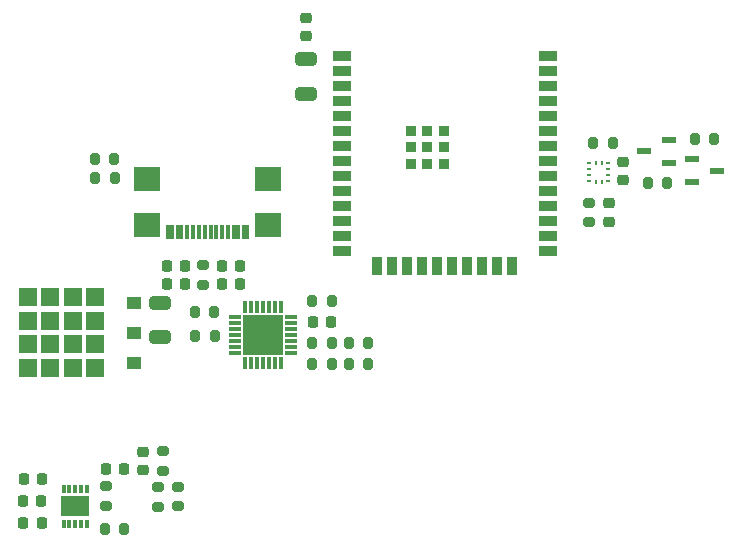
<source format=gbr>
%TF.GenerationSoftware,KiCad,Pcbnew,7.0.5*%
%TF.CreationDate,2023-09-21T20:04:05-05:00*%
%TF.ProjectId,LEDCube,4c454443-7562-4652-9e6b-696361645f70,rev?*%
%TF.SameCoordinates,Original*%
%TF.FileFunction,Paste,Top*%
%TF.FilePolarity,Positive*%
%FSLAX46Y46*%
G04 Gerber Fmt 4.6, Leading zero omitted, Abs format (unit mm)*
G04 Created by KiCad (PCBNEW 7.0.5) date 2023-09-21 20:04:05*
%MOMM*%
%LPD*%
G01*
G04 APERTURE LIST*
G04 Aperture macros list*
%AMRoundRect*
0 Rectangle with rounded corners*
0 $1 Rounding radius*
0 $2 $3 $4 $5 $6 $7 $8 $9 X,Y pos of 4 corners*
0 Add a 4 corners polygon primitive as box body*
4,1,4,$2,$3,$4,$5,$6,$7,$8,$9,$2,$3,0*
0 Add four circle primitives for the rounded corners*
1,1,$1+$1,$2,$3*
1,1,$1+$1,$4,$5*
1,1,$1+$1,$6,$7*
1,1,$1+$1,$8,$9*
0 Add four rect primitives between the rounded corners*
20,1,$1+$1,$2,$3,$4,$5,0*
20,1,$1+$1,$4,$5,$6,$7,0*
20,1,$1+$1,$6,$7,$8,$9,0*
20,1,$1+$1,$8,$9,$2,$3,0*%
G04 Aperture macros list end*
%ADD10RoundRect,0.200000X-0.275000X0.200000X-0.275000X-0.200000X0.275000X-0.200000X0.275000X0.200000X0*%
%ADD11RoundRect,0.225000X-0.250000X0.225000X-0.250000X-0.225000X0.250000X-0.225000X0.250000X0.225000X0*%
%ADD12R,1.500000X1.500000*%
%ADD13R,1.200000X1.000000*%
%ADD14RoundRect,0.225000X0.225000X0.250000X-0.225000X0.250000X-0.225000X-0.250000X0.225000X-0.250000X0*%
%ADD15R,1.250000X0.600000*%
%ADD16RoundRect,0.225000X-0.225000X-0.250000X0.225000X-0.250000X0.225000X0.250000X-0.225000X0.250000X0*%
%ADD17RoundRect,0.200000X0.200000X0.275000X-0.200000X0.275000X-0.200000X-0.275000X0.200000X-0.275000X0*%
%ADD18R,0.300000X1.150000*%
%ADD19R,2.180000X2.000000*%
%ADD20RoundRect,0.250000X-0.650000X0.325000X-0.650000X-0.325000X0.650000X-0.325000X0.650000X0.325000X0*%
%ADD21RoundRect,0.200000X0.275000X-0.200000X0.275000X0.200000X-0.275000X0.200000X-0.275000X-0.200000X0*%
%ADD22RoundRect,0.200000X-0.200000X-0.275000X0.200000X-0.275000X0.200000X0.275000X-0.200000X0.275000X0*%
%ADD23RoundRect,0.218750X0.218750X0.256250X-0.218750X0.256250X-0.218750X-0.256250X0.218750X-0.256250X0*%
%ADD24R,0.300000X1.000000*%
%ADD25R,1.000000X0.300000*%
%ADD26R,3.350000X3.350000*%
%ADD27R,1.500000X0.900000*%
%ADD28R,0.900000X1.500000*%
%ADD29R,0.900000X0.900000*%
%ADD30R,0.300000X0.800000*%
%ADD31R,2.480000X1.750000*%
%ADD32RoundRect,0.225000X0.250000X-0.225000X0.250000X0.225000X-0.250000X0.225000X-0.250000X-0.225000X0*%
%ADD33R,0.410000X0.280000*%
%ADD34R,0.280000X0.410000*%
G04 APERTURE END LIST*
D10*
%TO.C,R102*%
X116030000Y-77025000D03*
X116030000Y-78675000D03*
%TD*%
D11*
%TO.C,C110*%
X151570000Y-68305000D03*
X151570000Y-69855000D03*
%TD*%
D12*
%TO.C,U100*%
X101180000Y-85740000D03*
X103080000Y-85740000D03*
X104980000Y-85740000D03*
X106880000Y-85740000D03*
X101180000Y-83740000D03*
X103080000Y-83740000D03*
X104980000Y-83740000D03*
X106880000Y-83740000D03*
X101180000Y-81740000D03*
X103080000Y-81740000D03*
X104980000Y-81740000D03*
X106880000Y-81740000D03*
X101180000Y-79740000D03*
X103080000Y-79740000D03*
X104980000Y-79740000D03*
X106880000Y-79740000D03*
D13*
X110180000Y-85280000D03*
X110180000Y-82740000D03*
X110180000Y-80200000D03*
%TD*%
D14*
%TO.C,C106*%
X109315000Y-94260000D03*
X107765000Y-94260000D03*
%TD*%
D15*
%TO.C,Q100*%
X157440000Y-68065000D03*
X157440000Y-69975000D03*
X159540000Y-69020000D03*
%TD*%
D16*
%TO.C,C103*%
X117610000Y-77110000D03*
X119160000Y-77110000D03*
%TD*%
D17*
%TO.C,R101*%
X116955000Y-80990000D03*
X115305000Y-80990000D03*
%TD*%
D18*
%TO.C,J100*%
X119740000Y-74211500D03*
X118940000Y-74211500D03*
X117640000Y-74211500D03*
X116640000Y-74211500D03*
X116140000Y-74211500D03*
X115140000Y-74211500D03*
X113840000Y-74211500D03*
X113040000Y-74211500D03*
X113340000Y-74211500D03*
X114140000Y-74211500D03*
X114640000Y-74211500D03*
X115640000Y-74211500D03*
X117140000Y-74211500D03*
X118140000Y-74211500D03*
X118640000Y-74211500D03*
X119440000Y-74211500D03*
D19*
X121500000Y-69706500D03*
X111280000Y-69706500D03*
X121500000Y-73636500D03*
X111280000Y-73636500D03*
%TD*%
D20*
%TO.C,C107*%
X124760000Y-59575000D03*
X124760000Y-62525000D03*
%TD*%
D21*
%TO.C,R117*%
X148700000Y-73385000D03*
X148700000Y-71735000D03*
%TD*%
D10*
%TO.C,R105*%
X112230000Y-95815000D03*
X112230000Y-97465000D03*
%TD*%
D22*
%TO.C,R119*%
X125260000Y-80060000D03*
X126910000Y-80060000D03*
%TD*%
%TO.C,R112*%
X128320000Y-83640000D03*
X129970000Y-83640000D03*
%TD*%
D17*
%TO.C,R104*%
X108515000Y-69630000D03*
X106865000Y-69630000D03*
%TD*%
D22*
%TO.C,R115*%
X125260000Y-85430000D03*
X126910000Y-85430000D03*
%TD*%
%TO.C,R109*%
X107685000Y-99390000D03*
X109335000Y-99390000D03*
%TD*%
D10*
%TO.C,R107*%
X112580000Y-92790000D03*
X112580000Y-94440000D03*
%TD*%
D16*
%TO.C,C102*%
X117620000Y-78650000D03*
X119170000Y-78650000D03*
%TD*%
D23*
%TO.C,D101*%
X102390000Y-95140000D03*
X100815000Y-95140000D03*
%TD*%
D24*
%TO.C,IC100*%
X122590000Y-80590000D03*
X122090000Y-80590000D03*
X121590000Y-80590000D03*
X121090000Y-80590000D03*
X120590000Y-80590000D03*
X120090000Y-80590000D03*
X119590000Y-80590000D03*
D25*
X118740000Y-81440000D03*
X118740000Y-81940000D03*
X118740000Y-82440000D03*
X118740000Y-82940000D03*
X118740000Y-83440000D03*
X118740000Y-83940000D03*
X118740000Y-84440000D03*
D24*
X119590000Y-85290000D03*
X120090000Y-85290000D03*
X120590000Y-85290000D03*
X121090000Y-85290000D03*
X121590000Y-85290000D03*
X122090000Y-85290000D03*
X122590000Y-85290000D03*
D25*
X123440000Y-84440000D03*
X123440000Y-83940000D03*
X123440000Y-83440000D03*
X123440000Y-82940000D03*
X123440000Y-82440000D03*
X123440000Y-81940000D03*
X123440000Y-81440000D03*
D26*
X121090000Y-82940000D03*
%TD*%
D27*
%TO.C,IC102*%
X127730000Y-59330000D03*
X127730000Y-60600000D03*
X127730000Y-61870000D03*
X127730000Y-63140000D03*
X127730000Y-64410000D03*
X127730000Y-65680000D03*
X127730000Y-66950000D03*
X127730000Y-68220000D03*
X127730000Y-69490000D03*
X127730000Y-70760000D03*
X127730000Y-72030000D03*
X127730000Y-73300000D03*
X127730000Y-74570000D03*
X127730000Y-75840000D03*
D28*
X130765000Y-77090000D03*
X132035000Y-77090000D03*
X133305000Y-77090000D03*
X134575000Y-77090000D03*
X135845000Y-77090000D03*
X137115000Y-77090000D03*
X138385000Y-77090000D03*
X139655000Y-77090000D03*
X140925000Y-77090000D03*
X142195000Y-77090000D03*
D27*
X145230000Y-75840000D03*
X145230000Y-74570000D03*
X145230000Y-73300000D03*
X145230000Y-72030000D03*
X145230000Y-70760000D03*
X145230000Y-69490000D03*
X145230000Y-68220000D03*
X145230000Y-66950000D03*
X145230000Y-65680000D03*
X145230000Y-64410000D03*
X145230000Y-63140000D03*
X145230000Y-61870000D03*
X145230000Y-60600000D03*
X145230000Y-59330000D03*
D29*
X134980000Y-67050000D03*
X133580000Y-65650000D03*
X133580000Y-67050000D03*
X133580000Y-68450000D03*
X134980000Y-68450000D03*
X136380000Y-68450000D03*
X136380000Y-67050000D03*
X136380000Y-65650000D03*
X134980000Y-65650000D03*
%TD*%
D22*
%TO.C,R110*%
X153635000Y-70100000D03*
X155285000Y-70100000D03*
%TD*%
D17*
%TO.C,R106*%
X159295000Y-66330000D03*
X157645000Y-66330000D03*
%TD*%
D22*
%TO.C,R114*%
X125260000Y-83640000D03*
X126910000Y-83640000D03*
%TD*%
D15*
%TO.C,Q101*%
X155450000Y-68335000D03*
X155450000Y-66425000D03*
X153350000Y-67380000D03*
%TD*%
D21*
%TO.C,R111*%
X107770000Y-97375000D03*
X107770000Y-95725000D03*
%TD*%
D11*
%TO.C,C109*%
X150350000Y-71795000D03*
X150350000Y-73345000D03*
%TD*%
%TO.C,C105*%
X110900000Y-92840000D03*
X110900000Y-94390000D03*
%TD*%
D14*
%TO.C,C111*%
X126860000Y-81850000D03*
X125310000Y-81850000D03*
%TD*%
D23*
%TO.C,D102*%
X102340000Y-98890000D03*
X100765000Y-98890000D03*
%TD*%
D30*
%TO.C,IC101*%
X106192500Y-95950000D03*
X105692500Y-95950000D03*
X105192500Y-95950000D03*
X104692500Y-95950000D03*
X104192500Y-95950000D03*
X104192500Y-98950000D03*
X104692500Y-98950000D03*
X105192500Y-98950000D03*
X105692500Y-98950000D03*
X106192500Y-98950000D03*
D31*
X105192500Y-97450000D03*
%TD*%
D32*
%TO.C,C108*%
X124710000Y-57625000D03*
X124710000Y-56075000D03*
%TD*%
D14*
%TO.C,C101*%
X114470000Y-78620000D03*
X112920000Y-78620000D03*
%TD*%
D17*
%TO.C,R113*%
X129970000Y-85430000D03*
X128320000Y-85430000D03*
%TD*%
D22*
%TO.C,R100*%
X115325000Y-83050000D03*
X116975000Y-83050000D03*
%TD*%
D33*
%TO.C,U101*%
X148680170Y-68400000D03*
X148680170Y-68900000D03*
X148680170Y-69400000D03*
X148680170Y-69900000D03*
D34*
X149245170Y-69965000D03*
X149745170Y-69965000D03*
D33*
X150310170Y-69900000D03*
X150310170Y-69400000D03*
X150310170Y-68900000D03*
X150310170Y-68400000D03*
D34*
X149745170Y-68335000D03*
X149245170Y-68335000D03*
%TD*%
D17*
%TO.C,R103*%
X108495000Y-68010000D03*
X106845000Y-68010000D03*
%TD*%
D14*
%TO.C,C100*%
X114490000Y-77090000D03*
X112940000Y-77090000D03*
%TD*%
D10*
%TO.C,R108*%
X113840000Y-95805000D03*
X113840000Y-97455000D03*
%TD*%
D20*
%TO.C,C104*%
X112380000Y-80195000D03*
X112380000Y-83145000D03*
%TD*%
D17*
%TO.C,R116*%
X150705000Y-66670000D03*
X149055000Y-66670000D03*
%TD*%
D23*
%TO.C,D100*%
X102320000Y-97015000D03*
X100745000Y-97015000D03*
%TD*%
M02*

</source>
